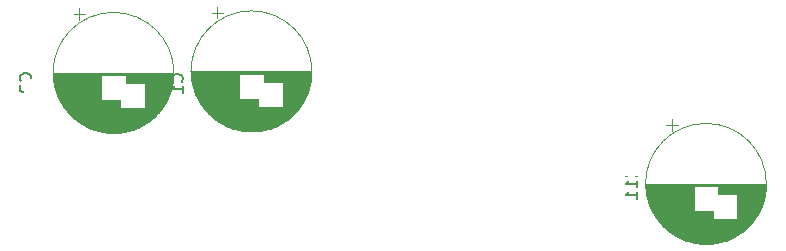
<source format=gbo>
%TF.GenerationSoftware,KiCad,Pcbnew,7.0.5-7.0.5~ubuntu23.04.1*%
%TF.CreationDate,2023-07-09T19:19:44+02:00*%
%TF.ProjectId,omega-pico,6f6d6567-612d-4706-9963-6f2e6b696361,rev?*%
%TF.SameCoordinates,Original*%
%TF.FileFunction,Legend,Bot*%
%TF.FilePolarity,Positive*%
%FSLAX46Y46*%
G04 Gerber Fmt 4.6, Leading zero omitted, Abs format (unit mm)*
G04 Created by KiCad (PCBNEW 7.0.5-7.0.5~ubuntu23.04.1) date 2023-07-09 19:19:44*
%MOMM*%
%LPD*%
G01*
G04 APERTURE LIST*
%ADD10C,0.150000*%
%ADD11C,0.120000*%
%ADD12C,3.200000*%
%ADD13C,1.440000*%
%ADD14O,1.700000X1.700000*%
%ADD15R,1.700000X1.700000*%
%ADD16R,2.000000X2.000000*%
%ADD17O,2.000000X2.000000*%
%ADD18R,2.000000X1.905000*%
%ADD19O,2.000000X1.905000*%
%ADD20R,3.000000X3.000000*%
%ADD21C,3.000000*%
%ADD22C,1.600000*%
%ADD23O,1.600000X1.600000*%
%ADD24R,1.600000X1.600000*%
%ADD25R,1.905000X2.000000*%
%ADD26O,1.905000X2.000000*%
G04 APERTURE END LIST*
D10*
X93423580Y-90634958D02*
X93471200Y-90587339D01*
X93471200Y-90587339D02*
X93518819Y-90444482D01*
X93518819Y-90444482D02*
X93518819Y-90349244D01*
X93518819Y-90349244D02*
X93471200Y-90206387D01*
X93471200Y-90206387D02*
X93375961Y-90111149D01*
X93375961Y-90111149D02*
X93280723Y-90063530D01*
X93280723Y-90063530D02*
X93090247Y-90015911D01*
X93090247Y-90015911D02*
X92947390Y-90015911D01*
X92947390Y-90015911D02*
X92756914Y-90063530D01*
X92756914Y-90063530D02*
X92661676Y-90111149D01*
X92661676Y-90111149D02*
X92566438Y-90206387D01*
X92566438Y-90206387D02*
X92518819Y-90349244D01*
X92518819Y-90349244D02*
X92518819Y-90444482D01*
X92518819Y-90444482D02*
X92566438Y-90587339D01*
X92566438Y-90587339D02*
X92614057Y-90634958D01*
X93518819Y-91587339D02*
X93518819Y-91015911D01*
X93518819Y-91301625D02*
X92518819Y-91301625D01*
X92518819Y-91301625D02*
X92661676Y-91206387D01*
X92661676Y-91206387D02*
X92756914Y-91111149D01*
X92756914Y-91111149D02*
X92804533Y-91015911D01*
X131904580Y-98651142D02*
X131952200Y-98603523D01*
X131952200Y-98603523D02*
X131999819Y-98460666D01*
X131999819Y-98460666D02*
X131999819Y-98365428D01*
X131999819Y-98365428D02*
X131952200Y-98222571D01*
X131952200Y-98222571D02*
X131856961Y-98127333D01*
X131856961Y-98127333D02*
X131761723Y-98079714D01*
X131761723Y-98079714D02*
X131571247Y-98032095D01*
X131571247Y-98032095D02*
X131428390Y-98032095D01*
X131428390Y-98032095D02*
X131237914Y-98079714D01*
X131237914Y-98079714D02*
X131142676Y-98127333D01*
X131142676Y-98127333D02*
X131047438Y-98222571D01*
X131047438Y-98222571D02*
X130999819Y-98365428D01*
X130999819Y-98365428D02*
X130999819Y-98460666D01*
X130999819Y-98460666D02*
X131047438Y-98603523D01*
X131047438Y-98603523D02*
X131095057Y-98651142D01*
X131999819Y-99603523D02*
X131999819Y-99032095D01*
X131999819Y-99317809D02*
X130999819Y-99317809D01*
X130999819Y-99317809D02*
X131142676Y-99222571D01*
X131142676Y-99222571D02*
X131237914Y-99127333D01*
X131237914Y-99127333D02*
X131285533Y-99032095D01*
X131999819Y-100555904D02*
X131999819Y-99984476D01*
X131999819Y-100270190D02*
X130999819Y-100270190D01*
X130999819Y-100270190D02*
X131142676Y-100174952D01*
X131142676Y-100174952D02*
X131237914Y-100079714D01*
X131237914Y-100079714D02*
X131285533Y-99984476D01*
X80589580Y-90566333D02*
X80637200Y-90518714D01*
X80637200Y-90518714D02*
X80684819Y-90375857D01*
X80684819Y-90375857D02*
X80684819Y-90280619D01*
X80684819Y-90280619D02*
X80637200Y-90137762D01*
X80637200Y-90137762D02*
X80541961Y-90042524D01*
X80541961Y-90042524D02*
X80446723Y-89994905D01*
X80446723Y-89994905D02*
X80256247Y-89947286D01*
X80256247Y-89947286D02*
X80113390Y-89947286D01*
X80113390Y-89947286D02*
X79922914Y-89994905D01*
X79922914Y-89994905D02*
X79827676Y-90042524D01*
X79827676Y-90042524D02*
X79732438Y-90137762D01*
X79732438Y-90137762D02*
X79684819Y-90280619D01*
X79684819Y-90280619D02*
X79684819Y-90375857D01*
X79684819Y-90375857D02*
X79732438Y-90518714D01*
X79732438Y-90518714D02*
X79780057Y-90566333D01*
X79780057Y-90947286D02*
X79732438Y-90994905D01*
X79732438Y-90994905D02*
X79684819Y-91090143D01*
X79684819Y-91090143D02*
X79684819Y-91328238D01*
X79684819Y-91328238D02*
X79732438Y-91423476D01*
X79732438Y-91423476D02*
X79780057Y-91471095D01*
X79780057Y-91471095D02*
X79875295Y-91518714D01*
X79875295Y-91518714D02*
X79970533Y-91518714D01*
X79970533Y-91518714D02*
X80113390Y-91471095D01*
X80113390Y-91471095D02*
X80684819Y-90899667D01*
X80684819Y-90899667D02*
X80684819Y-91518714D01*
D11*
X96439000Y-84289354D02*
X96439000Y-85289354D01*
X95939000Y-84789354D02*
X96939000Y-84789354D01*
X94234000Y-89769000D02*
X104394000Y-89769000D01*
X94234000Y-89809000D02*
X104394000Y-89809000D01*
X94234000Y-89849000D02*
X104394000Y-89849000D01*
X94235000Y-89889000D02*
X104393000Y-89889000D01*
X94236000Y-89929000D02*
X104392000Y-89929000D01*
X94237000Y-89969000D02*
X104391000Y-89969000D01*
X100354000Y-90009000D02*
X104389000Y-90009000D01*
X94239000Y-90009000D02*
X98274000Y-90009000D01*
X100354000Y-90049000D02*
X104387000Y-90049000D01*
X94241000Y-90049000D02*
X98274000Y-90049000D01*
X100354000Y-90089000D02*
X104384000Y-90089000D01*
X94244000Y-90089000D02*
X98274000Y-90089000D01*
X100354000Y-90129000D02*
X104382000Y-90129000D01*
X94246000Y-90129000D02*
X98274000Y-90129000D01*
X100354000Y-90169000D02*
X104379000Y-90169000D01*
X94249000Y-90169000D02*
X98274000Y-90169000D01*
X100354000Y-90209000D02*
X104376000Y-90209000D01*
X94252000Y-90209000D02*
X98274000Y-90209000D01*
X100354000Y-90249000D02*
X104372000Y-90249000D01*
X94256000Y-90249000D02*
X98274000Y-90249000D01*
X100354000Y-90289000D02*
X104368000Y-90289000D01*
X94260000Y-90289000D02*
X98274000Y-90289000D01*
X100354000Y-90329000D02*
X104364000Y-90329000D01*
X94264000Y-90329000D02*
X98274000Y-90329000D01*
X100354000Y-90369000D02*
X104359000Y-90369000D01*
X94269000Y-90369000D02*
X98274000Y-90369000D01*
X100354000Y-90409000D02*
X104354000Y-90409000D01*
X94274000Y-90409000D02*
X98274000Y-90409000D01*
X100354000Y-90449000D02*
X104349000Y-90449000D01*
X94279000Y-90449000D02*
X98274000Y-90449000D01*
X100354000Y-90490000D02*
X104344000Y-90490000D01*
X94284000Y-90490000D02*
X98274000Y-90490000D01*
X100354000Y-90530000D02*
X104338000Y-90530000D01*
X94290000Y-90530000D02*
X98274000Y-90530000D01*
X100354000Y-90570000D02*
X104332000Y-90570000D01*
X94296000Y-90570000D02*
X98274000Y-90570000D01*
X100354000Y-90610000D02*
X104325000Y-90610000D01*
X94303000Y-90610000D02*
X98274000Y-90610000D01*
X100354000Y-90650000D02*
X104318000Y-90650000D01*
X94310000Y-90650000D02*
X98274000Y-90650000D01*
X101954000Y-90690000D02*
X104311000Y-90690000D01*
X94317000Y-90690000D02*
X98274000Y-90690000D01*
X101954000Y-90730000D02*
X104304000Y-90730000D01*
X94324000Y-90730000D02*
X98274000Y-90730000D01*
X101954000Y-90770000D02*
X104296000Y-90770000D01*
X94332000Y-90770000D02*
X98274000Y-90770000D01*
X101954000Y-90810000D02*
X104288000Y-90810000D01*
X94340000Y-90810000D02*
X98274000Y-90810000D01*
X101954000Y-90850000D02*
X104279000Y-90850000D01*
X94349000Y-90850000D02*
X98274000Y-90850000D01*
X101954000Y-90890000D02*
X104270000Y-90890000D01*
X94358000Y-90890000D02*
X98274000Y-90890000D01*
X101954000Y-90930000D02*
X104261000Y-90930000D01*
X94367000Y-90930000D02*
X98274000Y-90930000D01*
X101954000Y-90970000D02*
X104252000Y-90970000D01*
X94376000Y-90970000D02*
X98274000Y-90970000D01*
X101954000Y-91010000D02*
X104242000Y-91010000D01*
X94386000Y-91010000D02*
X98274000Y-91010000D01*
X101954000Y-91050000D02*
X104232000Y-91050000D01*
X94396000Y-91050000D02*
X98274000Y-91050000D01*
X101954000Y-91090000D02*
X104221000Y-91090000D01*
X94407000Y-91090000D02*
X98274000Y-91090000D01*
X101954000Y-91130000D02*
X104211000Y-91130000D01*
X94417000Y-91130000D02*
X98274000Y-91130000D01*
X101954000Y-91170000D02*
X104199000Y-91170000D01*
X94429000Y-91170000D02*
X98274000Y-91170000D01*
X101954000Y-91210000D02*
X104188000Y-91210000D01*
X94440000Y-91210000D02*
X98274000Y-91210000D01*
X101954000Y-91250000D02*
X104176000Y-91250000D01*
X94452000Y-91250000D02*
X98274000Y-91250000D01*
X101954000Y-91290000D02*
X104164000Y-91290000D01*
X94464000Y-91290000D02*
X98274000Y-91290000D01*
X101954000Y-91330000D02*
X104151000Y-91330000D01*
X94477000Y-91330000D02*
X98274000Y-91330000D01*
X101954000Y-91370000D02*
X104138000Y-91370000D01*
X94490000Y-91370000D02*
X98274000Y-91370000D01*
X101954000Y-91410000D02*
X104125000Y-91410000D01*
X94503000Y-91410000D02*
X98274000Y-91410000D01*
X101954000Y-91450000D02*
X104111000Y-91450000D01*
X94517000Y-91450000D02*
X98274000Y-91450000D01*
X101954000Y-91490000D02*
X104097000Y-91490000D01*
X94531000Y-91490000D02*
X98274000Y-91490000D01*
X101954000Y-91530000D02*
X104082000Y-91530000D01*
X94546000Y-91530000D02*
X98274000Y-91530000D01*
X101954000Y-91570000D02*
X104068000Y-91570000D01*
X94560000Y-91570000D02*
X98274000Y-91570000D01*
X101954000Y-91610000D02*
X104052000Y-91610000D01*
X94576000Y-91610000D02*
X98274000Y-91610000D01*
X101954000Y-91650000D02*
X104037000Y-91650000D01*
X94591000Y-91650000D02*
X98274000Y-91650000D01*
X101954000Y-91690000D02*
X104021000Y-91690000D01*
X94607000Y-91690000D02*
X98274000Y-91690000D01*
X101954000Y-91730000D02*
X104004000Y-91730000D01*
X94624000Y-91730000D02*
X98274000Y-91730000D01*
X101954000Y-91770000D02*
X103988000Y-91770000D01*
X94640000Y-91770000D02*
X98274000Y-91770000D01*
X101954000Y-91810000D02*
X103971000Y-91810000D01*
X94657000Y-91810000D02*
X98274000Y-91810000D01*
X101954000Y-91850000D02*
X103953000Y-91850000D01*
X94675000Y-91850000D02*
X98274000Y-91850000D01*
X101954000Y-91890000D02*
X103935000Y-91890000D01*
X94693000Y-91890000D02*
X98274000Y-91890000D01*
X101954000Y-91930000D02*
X103917000Y-91930000D01*
X94711000Y-91930000D02*
X98274000Y-91930000D01*
X101954000Y-91970000D02*
X103898000Y-91970000D01*
X94730000Y-91970000D02*
X98274000Y-91970000D01*
X101954000Y-92010000D02*
X103878000Y-92010000D01*
X94750000Y-92010000D02*
X98274000Y-92010000D01*
X101954000Y-92050000D02*
X103859000Y-92050000D01*
X94769000Y-92050000D02*
X98274000Y-92050000D01*
X101954000Y-92090000D02*
X103839000Y-92090000D01*
X94789000Y-92090000D02*
X99874000Y-92090000D01*
X101954000Y-92130000D02*
X103818000Y-92130000D01*
X94810000Y-92130000D02*
X99874000Y-92130000D01*
X101954000Y-92170000D02*
X103797000Y-92170000D01*
X94831000Y-92170000D02*
X99874000Y-92170000D01*
X101954000Y-92210000D02*
X103776000Y-92210000D01*
X94852000Y-92210000D02*
X99874000Y-92210000D01*
X101954000Y-92250000D02*
X103754000Y-92250000D01*
X94874000Y-92250000D02*
X99874000Y-92250000D01*
X101954000Y-92290000D02*
X103731000Y-92290000D01*
X94897000Y-92290000D02*
X99874000Y-92290000D01*
X101954000Y-92330000D02*
X103709000Y-92330000D01*
X94919000Y-92330000D02*
X99874000Y-92330000D01*
X101954000Y-92370000D02*
X103685000Y-92370000D01*
X94943000Y-92370000D02*
X99874000Y-92370000D01*
X101954000Y-92410000D02*
X103661000Y-92410000D01*
X94967000Y-92410000D02*
X99874000Y-92410000D01*
X101954000Y-92450000D02*
X103637000Y-92450000D01*
X94991000Y-92450000D02*
X99874000Y-92450000D01*
X101954000Y-92490000D02*
X103612000Y-92490000D01*
X95016000Y-92490000D02*
X99874000Y-92490000D01*
X101954000Y-92530000D02*
X103587000Y-92530000D01*
X95041000Y-92530000D02*
X99874000Y-92530000D01*
X101954000Y-92570000D02*
X103561000Y-92570000D01*
X95067000Y-92570000D02*
X99874000Y-92570000D01*
X101954000Y-92610000D02*
X103535000Y-92610000D01*
X95093000Y-92610000D02*
X99874000Y-92610000D01*
X101954000Y-92650000D02*
X103508000Y-92650000D01*
X95120000Y-92650000D02*
X99874000Y-92650000D01*
X101954000Y-92690000D02*
X103480000Y-92690000D01*
X95148000Y-92690000D02*
X99874000Y-92690000D01*
X101954000Y-92730000D02*
X103452000Y-92730000D01*
X95176000Y-92730000D02*
X99874000Y-92730000D01*
X95204000Y-92770000D02*
X103424000Y-92770000D01*
X95234000Y-92810000D02*
X103394000Y-92810000D01*
X95264000Y-92850000D02*
X103364000Y-92850000D01*
X95294000Y-92890000D02*
X103334000Y-92890000D01*
X95325000Y-92930000D02*
X103303000Y-92930000D01*
X95357000Y-92970000D02*
X103271000Y-92970000D01*
X95389000Y-93010000D02*
X103239000Y-93010000D01*
X95422000Y-93050000D02*
X103206000Y-93050000D01*
X95456000Y-93090000D02*
X103172000Y-93090000D01*
X95490000Y-93130000D02*
X103138000Y-93130000D01*
X95525000Y-93170000D02*
X103103000Y-93170000D01*
X95561000Y-93210000D02*
X103067000Y-93210000D01*
X95598000Y-93250000D02*
X103030000Y-93250000D01*
X95635000Y-93290000D02*
X102993000Y-93290000D01*
X95674000Y-93330000D02*
X102954000Y-93330000D01*
X95713000Y-93370000D02*
X102915000Y-93370000D01*
X95753000Y-93410000D02*
X102875000Y-93410000D01*
X95794000Y-93450000D02*
X102834000Y-93450000D01*
X95836000Y-93490000D02*
X102792000Y-93490000D01*
X95878000Y-93530000D02*
X102750000Y-93530000D01*
X95922000Y-93570000D02*
X102706000Y-93570000D01*
X95967000Y-93610000D02*
X102661000Y-93610000D01*
X96013000Y-93650000D02*
X102615000Y-93650000D01*
X96060000Y-93690000D02*
X102568000Y-93690000D01*
X96108000Y-93730000D02*
X102520000Y-93730000D01*
X96158000Y-93770000D02*
X102470000Y-93770000D01*
X96208000Y-93810000D02*
X102420000Y-93810000D01*
X96260000Y-93850000D02*
X102368000Y-93850000D01*
X96314000Y-93890000D02*
X102314000Y-93890000D01*
X96369000Y-93930000D02*
X102259000Y-93930000D01*
X96425000Y-93970000D02*
X102203000Y-93970000D01*
X96484000Y-94010000D02*
X102144000Y-94010000D01*
X96544000Y-94050000D02*
X102084000Y-94050000D01*
X96605000Y-94090000D02*
X102023000Y-94090000D01*
X96669000Y-94130000D02*
X101959000Y-94130000D01*
X96735000Y-94170000D02*
X101893000Y-94170000D01*
X96804000Y-94210000D02*
X101824000Y-94210000D01*
X96875000Y-94250000D02*
X101753000Y-94250000D01*
X96949000Y-94290000D02*
X101679000Y-94290000D01*
X97025000Y-94330000D02*
X101603000Y-94330000D01*
X97105000Y-94370000D02*
X101523000Y-94370000D01*
X97189000Y-94410000D02*
X101439000Y-94410000D01*
X97277000Y-94450000D02*
X101351000Y-94450000D01*
X97370000Y-94490000D02*
X101258000Y-94490000D01*
X97468000Y-94530000D02*
X101160000Y-94530000D01*
X97572000Y-94570000D02*
X101056000Y-94570000D01*
X97684000Y-94610000D02*
X100944000Y-94610000D01*
X97804000Y-94650000D02*
X100824000Y-94650000D01*
X97936000Y-94690000D02*
X100692000Y-94690000D01*
X98084000Y-94730000D02*
X100544000Y-94730000D01*
X98252000Y-94770000D02*
X100376000Y-94770000D01*
X98452000Y-94810000D02*
X100176000Y-94810000D01*
X98715000Y-94850000D02*
X99913000Y-94850000D01*
X104434000Y-89769000D02*
G75*
G03*
X104434000Y-89769000I-5120000J0D01*
G01*
X134920000Y-93814354D02*
X134920000Y-94814354D01*
X134420000Y-94314354D02*
X135420000Y-94314354D01*
X132715000Y-99294000D02*
X142875000Y-99294000D01*
X132715000Y-99334000D02*
X142875000Y-99334000D01*
X132715000Y-99374000D02*
X142875000Y-99374000D01*
X132716000Y-99414000D02*
X142874000Y-99414000D01*
X132717000Y-99454000D02*
X142873000Y-99454000D01*
X132718000Y-99494000D02*
X142872000Y-99494000D01*
X138835000Y-99534000D02*
X142870000Y-99534000D01*
X132720000Y-99534000D02*
X136755000Y-99534000D01*
X138835000Y-99574000D02*
X142868000Y-99574000D01*
X132722000Y-99574000D02*
X136755000Y-99574000D01*
X138835000Y-99614000D02*
X142865000Y-99614000D01*
X132725000Y-99614000D02*
X136755000Y-99614000D01*
X138835000Y-99654000D02*
X142863000Y-99654000D01*
X132727000Y-99654000D02*
X136755000Y-99654000D01*
X138835000Y-99694000D02*
X142860000Y-99694000D01*
X132730000Y-99694000D02*
X136755000Y-99694000D01*
X138835000Y-99734000D02*
X142857000Y-99734000D01*
X132733000Y-99734000D02*
X136755000Y-99734000D01*
X138835000Y-99774000D02*
X142853000Y-99774000D01*
X132737000Y-99774000D02*
X136755000Y-99774000D01*
X138835000Y-99814000D02*
X142849000Y-99814000D01*
X132741000Y-99814000D02*
X136755000Y-99814000D01*
X138835000Y-99854000D02*
X142845000Y-99854000D01*
X132745000Y-99854000D02*
X136755000Y-99854000D01*
X138835000Y-99894000D02*
X142840000Y-99894000D01*
X132750000Y-99894000D02*
X136755000Y-99894000D01*
X138835000Y-99934000D02*
X142835000Y-99934000D01*
X132755000Y-99934000D02*
X136755000Y-99934000D01*
X138835000Y-99974000D02*
X142830000Y-99974000D01*
X132760000Y-99974000D02*
X136755000Y-99974000D01*
X138835000Y-100015000D02*
X142825000Y-100015000D01*
X132765000Y-100015000D02*
X136755000Y-100015000D01*
X138835000Y-100055000D02*
X142819000Y-100055000D01*
X132771000Y-100055000D02*
X136755000Y-100055000D01*
X138835000Y-100095000D02*
X142813000Y-100095000D01*
X132777000Y-100095000D02*
X136755000Y-100095000D01*
X138835000Y-100135000D02*
X142806000Y-100135000D01*
X132784000Y-100135000D02*
X136755000Y-100135000D01*
X138835000Y-100175000D02*
X142799000Y-100175000D01*
X132791000Y-100175000D02*
X136755000Y-100175000D01*
X140435000Y-100215000D02*
X142792000Y-100215000D01*
X132798000Y-100215000D02*
X136755000Y-100215000D01*
X140435000Y-100255000D02*
X142785000Y-100255000D01*
X132805000Y-100255000D02*
X136755000Y-100255000D01*
X140435000Y-100295000D02*
X142777000Y-100295000D01*
X132813000Y-100295000D02*
X136755000Y-100295000D01*
X140435000Y-100335000D02*
X142769000Y-100335000D01*
X132821000Y-100335000D02*
X136755000Y-100335000D01*
X140435000Y-100375000D02*
X142760000Y-100375000D01*
X132830000Y-100375000D02*
X136755000Y-100375000D01*
X140435000Y-100415000D02*
X142751000Y-100415000D01*
X132839000Y-100415000D02*
X136755000Y-100415000D01*
X140435000Y-100455000D02*
X142742000Y-100455000D01*
X132848000Y-100455000D02*
X136755000Y-100455000D01*
X140435000Y-100495000D02*
X142733000Y-100495000D01*
X132857000Y-100495000D02*
X136755000Y-100495000D01*
X140435000Y-100535000D02*
X142723000Y-100535000D01*
X132867000Y-100535000D02*
X136755000Y-100535000D01*
X140435000Y-100575000D02*
X142713000Y-100575000D01*
X132877000Y-100575000D02*
X136755000Y-100575000D01*
X140435000Y-100615000D02*
X142702000Y-100615000D01*
X132888000Y-100615000D02*
X136755000Y-100615000D01*
X140435000Y-100655000D02*
X142692000Y-100655000D01*
X132898000Y-100655000D02*
X136755000Y-100655000D01*
X140435000Y-100695000D02*
X142680000Y-100695000D01*
X132910000Y-100695000D02*
X136755000Y-100695000D01*
X140435000Y-100735000D02*
X142669000Y-100735000D01*
X132921000Y-100735000D02*
X136755000Y-100735000D01*
X140435000Y-100775000D02*
X142657000Y-100775000D01*
X132933000Y-100775000D02*
X136755000Y-100775000D01*
X140435000Y-100815000D02*
X142645000Y-100815000D01*
X132945000Y-100815000D02*
X136755000Y-100815000D01*
X140435000Y-100855000D02*
X142632000Y-100855000D01*
X132958000Y-100855000D02*
X136755000Y-100855000D01*
X140435000Y-100895000D02*
X142619000Y-100895000D01*
X132971000Y-100895000D02*
X136755000Y-100895000D01*
X140435000Y-100935000D02*
X142606000Y-100935000D01*
X132984000Y-100935000D02*
X136755000Y-100935000D01*
X140435000Y-100975000D02*
X142592000Y-100975000D01*
X132998000Y-100975000D02*
X136755000Y-100975000D01*
X140435000Y-101015000D02*
X142578000Y-101015000D01*
X133012000Y-101015000D02*
X136755000Y-101015000D01*
X140435000Y-101055000D02*
X142563000Y-101055000D01*
X133027000Y-101055000D02*
X136755000Y-101055000D01*
X140435000Y-101095000D02*
X142549000Y-101095000D01*
X133041000Y-101095000D02*
X136755000Y-101095000D01*
X140435000Y-101135000D02*
X142533000Y-101135000D01*
X133057000Y-101135000D02*
X136755000Y-101135000D01*
X140435000Y-101175000D02*
X142518000Y-101175000D01*
X133072000Y-101175000D02*
X136755000Y-101175000D01*
X140435000Y-101215000D02*
X142502000Y-101215000D01*
X133088000Y-101215000D02*
X136755000Y-101215000D01*
X140435000Y-101255000D02*
X142485000Y-101255000D01*
X133105000Y-101255000D02*
X136755000Y-101255000D01*
X140435000Y-101295000D02*
X142469000Y-101295000D01*
X133121000Y-101295000D02*
X136755000Y-101295000D01*
X140435000Y-101335000D02*
X142452000Y-101335000D01*
X133138000Y-101335000D02*
X136755000Y-101335000D01*
X140435000Y-101375000D02*
X142434000Y-101375000D01*
X133156000Y-101375000D02*
X136755000Y-101375000D01*
X140435000Y-101415000D02*
X142416000Y-101415000D01*
X133174000Y-101415000D02*
X136755000Y-101415000D01*
X140435000Y-101455000D02*
X142398000Y-101455000D01*
X133192000Y-101455000D02*
X136755000Y-101455000D01*
X140435000Y-101495000D02*
X142379000Y-101495000D01*
X133211000Y-101495000D02*
X136755000Y-101495000D01*
X140435000Y-101535000D02*
X142359000Y-101535000D01*
X133231000Y-101535000D02*
X136755000Y-101535000D01*
X140435000Y-101575000D02*
X142340000Y-101575000D01*
X133250000Y-101575000D02*
X136755000Y-101575000D01*
X140435000Y-101615000D02*
X142320000Y-101615000D01*
X133270000Y-101615000D02*
X138355000Y-101615000D01*
X140435000Y-101655000D02*
X142299000Y-101655000D01*
X133291000Y-101655000D02*
X138355000Y-101655000D01*
X140435000Y-101695000D02*
X142278000Y-101695000D01*
X133312000Y-101695000D02*
X138355000Y-101695000D01*
X140435000Y-101735000D02*
X142257000Y-101735000D01*
X133333000Y-101735000D02*
X138355000Y-101735000D01*
X140435000Y-101775000D02*
X142235000Y-101775000D01*
X133355000Y-101775000D02*
X138355000Y-101775000D01*
X140435000Y-101815000D02*
X142212000Y-101815000D01*
X133378000Y-101815000D02*
X138355000Y-101815000D01*
X140435000Y-101855000D02*
X142190000Y-101855000D01*
X133400000Y-101855000D02*
X138355000Y-101855000D01*
X140435000Y-101895000D02*
X142166000Y-101895000D01*
X133424000Y-101895000D02*
X138355000Y-101895000D01*
X140435000Y-101935000D02*
X142142000Y-101935000D01*
X133448000Y-101935000D02*
X138355000Y-101935000D01*
X140435000Y-101975000D02*
X142118000Y-101975000D01*
X133472000Y-101975000D02*
X138355000Y-101975000D01*
X140435000Y-102015000D02*
X142093000Y-102015000D01*
X133497000Y-102015000D02*
X138355000Y-102015000D01*
X140435000Y-102055000D02*
X142068000Y-102055000D01*
X133522000Y-102055000D02*
X138355000Y-102055000D01*
X140435000Y-102095000D02*
X142042000Y-102095000D01*
X133548000Y-102095000D02*
X138355000Y-102095000D01*
X140435000Y-102135000D02*
X142016000Y-102135000D01*
X133574000Y-102135000D02*
X138355000Y-102135000D01*
X140435000Y-102175000D02*
X141989000Y-102175000D01*
X133601000Y-102175000D02*
X138355000Y-102175000D01*
X140435000Y-102215000D02*
X141961000Y-102215000D01*
X133629000Y-102215000D02*
X138355000Y-102215000D01*
X140435000Y-102255000D02*
X141933000Y-102255000D01*
X133657000Y-102255000D02*
X138355000Y-102255000D01*
X133685000Y-102295000D02*
X141905000Y-102295000D01*
X133715000Y-102335000D02*
X141875000Y-102335000D01*
X133745000Y-102375000D02*
X141845000Y-102375000D01*
X133775000Y-102415000D02*
X141815000Y-102415000D01*
X133806000Y-102455000D02*
X141784000Y-102455000D01*
X133838000Y-102495000D02*
X141752000Y-102495000D01*
X133870000Y-102535000D02*
X141720000Y-102535000D01*
X133903000Y-102575000D02*
X141687000Y-102575000D01*
X133937000Y-102615000D02*
X141653000Y-102615000D01*
X133971000Y-102655000D02*
X141619000Y-102655000D01*
X134006000Y-102695000D02*
X141584000Y-102695000D01*
X134042000Y-102735000D02*
X141548000Y-102735000D01*
X134079000Y-102775000D02*
X141511000Y-102775000D01*
X134116000Y-102815000D02*
X141474000Y-102815000D01*
X134155000Y-102855000D02*
X141435000Y-102855000D01*
X134194000Y-102895000D02*
X141396000Y-102895000D01*
X134234000Y-102935000D02*
X141356000Y-102935000D01*
X134275000Y-102975000D02*
X141315000Y-102975000D01*
X134317000Y-103015000D02*
X141273000Y-103015000D01*
X134359000Y-103055000D02*
X141231000Y-103055000D01*
X134403000Y-103095000D02*
X141187000Y-103095000D01*
X134448000Y-103135000D02*
X141142000Y-103135000D01*
X134494000Y-103175000D02*
X141096000Y-103175000D01*
X134541000Y-103215000D02*
X141049000Y-103215000D01*
X134589000Y-103255000D02*
X141001000Y-103255000D01*
X134639000Y-103295000D02*
X140951000Y-103295000D01*
X134689000Y-103335000D02*
X140901000Y-103335000D01*
X134741000Y-103375000D02*
X140849000Y-103375000D01*
X134795000Y-103415000D02*
X140795000Y-103415000D01*
X134850000Y-103455000D02*
X140740000Y-103455000D01*
X134906000Y-103495000D02*
X140684000Y-103495000D01*
X134965000Y-103535000D02*
X140625000Y-103535000D01*
X135025000Y-103575000D02*
X140565000Y-103575000D01*
X135086000Y-103615000D02*
X140504000Y-103615000D01*
X135150000Y-103655000D02*
X140440000Y-103655000D01*
X135216000Y-103695000D02*
X140374000Y-103695000D01*
X135285000Y-103735000D02*
X140305000Y-103735000D01*
X135356000Y-103775000D02*
X140234000Y-103775000D01*
X135430000Y-103815000D02*
X140160000Y-103815000D01*
X135506000Y-103855000D02*
X140084000Y-103855000D01*
X135586000Y-103895000D02*
X140004000Y-103895000D01*
X135670000Y-103935000D02*
X139920000Y-103935000D01*
X135758000Y-103975000D02*
X139832000Y-103975000D01*
X135851000Y-104015000D02*
X139739000Y-104015000D01*
X135949000Y-104055000D02*
X139641000Y-104055000D01*
X136053000Y-104095000D02*
X139537000Y-104095000D01*
X136165000Y-104135000D02*
X139425000Y-104135000D01*
X136285000Y-104175000D02*
X139305000Y-104175000D01*
X136417000Y-104215000D02*
X139173000Y-104215000D01*
X136565000Y-104255000D02*
X139025000Y-104255000D01*
X136733000Y-104295000D02*
X138857000Y-104295000D01*
X136933000Y-104335000D02*
X138657000Y-104335000D01*
X137196000Y-104375000D02*
X138394000Y-104375000D01*
X142915000Y-99294000D02*
G75*
G03*
X142915000Y-99294000I-5120000J0D01*
G01*
X84755000Y-84416354D02*
X84755000Y-85416354D01*
X84255000Y-84916354D02*
X85255000Y-84916354D01*
X82550000Y-89896000D02*
X92710000Y-89896000D01*
X82550000Y-89936000D02*
X92710000Y-89936000D01*
X82550000Y-89976000D02*
X92710000Y-89976000D01*
X82551000Y-90016000D02*
X92709000Y-90016000D01*
X82552000Y-90056000D02*
X92708000Y-90056000D01*
X82553000Y-90096000D02*
X92707000Y-90096000D01*
X88670000Y-90136000D02*
X92705000Y-90136000D01*
X82555000Y-90136000D02*
X86590000Y-90136000D01*
X88670000Y-90176000D02*
X92703000Y-90176000D01*
X82557000Y-90176000D02*
X86590000Y-90176000D01*
X88670000Y-90216000D02*
X92700000Y-90216000D01*
X82560000Y-90216000D02*
X86590000Y-90216000D01*
X88670000Y-90256000D02*
X92698000Y-90256000D01*
X82562000Y-90256000D02*
X86590000Y-90256000D01*
X88670000Y-90296000D02*
X92695000Y-90296000D01*
X82565000Y-90296000D02*
X86590000Y-90296000D01*
X88670000Y-90336000D02*
X92692000Y-90336000D01*
X82568000Y-90336000D02*
X86590000Y-90336000D01*
X88670000Y-90376000D02*
X92688000Y-90376000D01*
X82572000Y-90376000D02*
X86590000Y-90376000D01*
X88670000Y-90416000D02*
X92684000Y-90416000D01*
X82576000Y-90416000D02*
X86590000Y-90416000D01*
X88670000Y-90456000D02*
X92680000Y-90456000D01*
X82580000Y-90456000D02*
X86590000Y-90456000D01*
X88670000Y-90496000D02*
X92675000Y-90496000D01*
X82585000Y-90496000D02*
X86590000Y-90496000D01*
X88670000Y-90536000D02*
X92670000Y-90536000D01*
X82590000Y-90536000D02*
X86590000Y-90536000D01*
X88670000Y-90576000D02*
X92665000Y-90576000D01*
X82595000Y-90576000D02*
X86590000Y-90576000D01*
X88670000Y-90617000D02*
X92660000Y-90617000D01*
X82600000Y-90617000D02*
X86590000Y-90617000D01*
X88670000Y-90657000D02*
X92654000Y-90657000D01*
X82606000Y-90657000D02*
X86590000Y-90657000D01*
X88670000Y-90697000D02*
X92648000Y-90697000D01*
X82612000Y-90697000D02*
X86590000Y-90697000D01*
X88670000Y-90737000D02*
X92641000Y-90737000D01*
X82619000Y-90737000D02*
X86590000Y-90737000D01*
X88670000Y-90777000D02*
X92634000Y-90777000D01*
X82626000Y-90777000D02*
X86590000Y-90777000D01*
X90270000Y-90817000D02*
X92627000Y-90817000D01*
X82633000Y-90817000D02*
X86590000Y-90817000D01*
X90270000Y-90857000D02*
X92620000Y-90857000D01*
X82640000Y-90857000D02*
X86590000Y-90857000D01*
X90270000Y-90897000D02*
X92612000Y-90897000D01*
X82648000Y-90897000D02*
X86590000Y-90897000D01*
X90270000Y-90937000D02*
X92604000Y-90937000D01*
X82656000Y-90937000D02*
X86590000Y-90937000D01*
X90270000Y-90977000D02*
X92595000Y-90977000D01*
X82665000Y-90977000D02*
X86590000Y-90977000D01*
X90270000Y-91017000D02*
X92586000Y-91017000D01*
X82674000Y-91017000D02*
X86590000Y-91017000D01*
X90270000Y-91057000D02*
X92577000Y-91057000D01*
X82683000Y-91057000D02*
X86590000Y-91057000D01*
X90270000Y-91097000D02*
X92568000Y-91097000D01*
X82692000Y-91097000D02*
X86590000Y-91097000D01*
X90270000Y-91137000D02*
X92558000Y-91137000D01*
X82702000Y-91137000D02*
X86590000Y-91137000D01*
X90270000Y-91177000D02*
X92548000Y-91177000D01*
X82712000Y-91177000D02*
X86590000Y-91177000D01*
X90270000Y-91217000D02*
X92537000Y-91217000D01*
X82723000Y-91217000D02*
X86590000Y-91217000D01*
X90270000Y-91257000D02*
X92527000Y-91257000D01*
X82733000Y-91257000D02*
X86590000Y-91257000D01*
X90270000Y-91297000D02*
X92515000Y-91297000D01*
X82745000Y-91297000D02*
X86590000Y-91297000D01*
X90270000Y-91337000D02*
X92504000Y-91337000D01*
X82756000Y-91337000D02*
X86590000Y-91337000D01*
X90270000Y-91377000D02*
X92492000Y-91377000D01*
X82768000Y-91377000D02*
X86590000Y-91377000D01*
X90270000Y-91417000D02*
X92480000Y-91417000D01*
X82780000Y-91417000D02*
X86590000Y-91417000D01*
X90270000Y-91457000D02*
X92467000Y-91457000D01*
X82793000Y-91457000D02*
X86590000Y-91457000D01*
X90270000Y-91497000D02*
X92454000Y-91497000D01*
X82806000Y-91497000D02*
X86590000Y-91497000D01*
X90270000Y-91537000D02*
X92441000Y-91537000D01*
X82819000Y-91537000D02*
X86590000Y-91537000D01*
X90270000Y-91577000D02*
X92427000Y-91577000D01*
X82833000Y-91577000D02*
X86590000Y-91577000D01*
X90270000Y-91617000D02*
X92413000Y-91617000D01*
X82847000Y-91617000D02*
X86590000Y-91617000D01*
X90270000Y-91657000D02*
X92398000Y-91657000D01*
X82862000Y-91657000D02*
X86590000Y-91657000D01*
X90270000Y-91697000D02*
X92384000Y-91697000D01*
X82876000Y-91697000D02*
X86590000Y-91697000D01*
X90270000Y-91737000D02*
X92368000Y-91737000D01*
X82892000Y-91737000D02*
X86590000Y-91737000D01*
X90270000Y-91777000D02*
X92353000Y-91777000D01*
X82907000Y-91777000D02*
X86590000Y-91777000D01*
X90270000Y-91817000D02*
X92337000Y-91817000D01*
X82923000Y-91817000D02*
X86590000Y-91817000D01*
X90270000Y-91857000D02*
X92320000Y-91857000D01*
X82940000Y-91857000D02*
X86590000Y-91857000D01*
X90270000Y-91897000D02*
X92304000Y-91897000D01*
X82956000Y-91897000D02*
X86590000Y-91897000D01*
X90270000Y-91937000D02*
X92287000Y-91937000D01*
X82973000Y-91937000D02*
X86590000Y-91937000D01*
X90270000Y-91977000D02*
X92269000Y-91977000D01*
X82991000Y-91977000D02*
X86590000Y-91977000D01*
X90270000Y-92017000D02*
X92251000Y-92017000D01*
X83009000Y-92017000D02*
X86590000Y-92017000D01*
X90270000Y-92057000D02*
X92233000Y-92057000D01*
X83027000Y-92057000D02*
X86590000Y-92057000D01*
X90270000Y-92097000D02*
X92214000Y-92097000D01*
X83046000Y-92097000D02*
X86590000Y-92097000D01*
X90270000Y-92137000D02*
X92194000Y-92137000D01*
X83066000Y-92137000D02*
X86590000Y-92137000D01*
X90270000Y-92177000D02*
X92175000Y-92177000D01*
X83085000Y-92177000D02*
X86590000Y-92177000D01*
X90270000Y-92217000D02*
X92155000Y-92217000D01*
X83105000Y-92217000D02*
X88190000Y-92217000D01*
X90270000Y-92257000D02*
X92134000Y-92257000D01*
X83126000Y-92257000D02*
X88190000Y-92257000D01*
X90270000Y-92297000D02*
X92113000Y-92297000D01*
X83147000Y-92297000D02*
X88190000Y-92297000D01*
X90270000Y-92337000D02*
X92092000Y-92337000D01*
X83168000Y-92337000D02*
X88190000Y-92337000D01*
X90270000Y-92377000D02*
X92070000Y-92377000D01*
X83190000Y-92377000D02*
X88190000Y-92377000D01*
X90270000Y-92417000D02*
X92047000Y-92417000D01*
X83213000Y-92417000D02*
X88190000Y-92417000D01*
X90270000Y-92457000D02*
X92025000Y-92457000D01*
X83235000Y-92457000D02*
X88190000Y-92457000D01*
X90270000Y-92497000D02*
X92001000Y-92497000D01*
X83259000Y-92497000D02*
X88190000Y-92497000D01*
X90270000Y-92537000D02*
X91977000Y-92537000D01*
X83283000Y-92537000D02*
X88190000Y-92537000D01*
X90270000Y-92577000D02*
X91953000Y-92577000D01*
X83307000Y-92577000D02*
X88190000Y-92577000D01*
X90270000Y-92617000D02*
X91928000Y-92617000D01*
X83332000Y-92617000D02*
X88190000Y-92617000D01*
X90270000Y-92657000D02*
X91903000Y-92657000D01*
X83357000Y-92657000D02*
X88190000Y-92657000D01*
X90270000Y-92697000D02*
X91877000Y-92697000D01*
X83383000Y-92697000D02*
X88190000Y-92697000D01*
X90270000Y-92737000D02*
X91851000Y-92737000D01*
X83409000Y-92737000D02*
X88190000Y-92737000D01*
X90270000Y-92777000D02*
X91824000Y-92777000D01*
X83436000Y-92777000D02*
X88190000Y-92777000D01*
X90270000Y-92817000D02*
X91796000Y-92817000D01*
X83464000Y-92817000D02*
X88190000Y-92817000D01*
X90270000Y-92857000D02*
X91768000Y-92857000D01*
X83492000Y-92857000D02*
X88190000Y-92857000D01*
X83520000Y-92897000D02*
X91740000Y-92897000D01*
X83550000Y-92937000D02*
X91710000Y-92937000D01*
X83580000Y-92977000D02*
X91680000Y-92977000D01*
X83610000Y-93017000D02*
X91650000Y-93017000D01*
X83641000Y-93057000D02*
X91619000Y-93057000D01*
X83673000Y-93097000D02*
X91587000Y-93097000D01*
X83705000Y-93137000D02*
X91555000Y-93137000D01*
X83738000Y-93177000D02*
X91522000Y-93177000D01*
X83772000Y-93217000D02*
X91488000Y-93217000D01*
X83806000Y-93257000D02*
X91454000Y-93257000D01*
X83841000Y-93297000D02*
X91419000Y-93297000D01*
X83877000Y-93337000D02*
X91383000Y-93337000D01*
X83914000Y-93377000D02*
X91346000Y-93377000D01*
X83951000Y-93417000D02*
X91309000Y-93417000D01*
X83990000Y-93457000D02*
X91270000Y-93457000D01*
X84029000Y-93497000D02*
X91231000Y-93497000D01*
X84069000Y-93537000D02*
X91191000Y-93537000D01*
X84110000Y-93577000D02*
X91150000Y-93577000D01*
X84152000Y-93617000D02*
X91108000Y-93617000D01*
X84194000Y-93657000D02*
X91066000Y-93657000D01*
X84238000Y-93697000D02*
X91022000Y-93697000D01*
X84283000Y-93737000D02*
X90977000Y-93737000D01*
X84329000Y-93777000D02*
X90931000Y-93777000D01*
X84376000Y-93817000D02*
X90884000Y-93817000D01*
X84424000Y-93857000D02*
X90836000Y-93857000D01*
X84474000Y-93897000D02*
X90786000Y-93897000D01*
X84524000Y-93937000D02*
X90736000Y-93937000D01*
X84576000Y-93977000D02*
X90684000Y-93977000D01*
X84630000Y-94017000D02*
X90630000Y-94017000D01*
X84685000Y-94057000D02*
X90575000Y-94057000D01*
X84741000Y-94097000D02*
X90519000Y-94097000D01*
X84800000Y-94137000D02*
X90460000Y-94137000D01*
X84860000Y-94177000D02*
X90400000Y-94177000D01*
X84921000Y-94217000D02*
X90339000Y-94217000D01*
X84985000Y-94257000D02*
X90275000Y-94257000D01*
X85051000Y-94297000D02*
X90209000Y-94297000D01*
X85120000Y-94337000D02*
X90140000Y-94337000D01*
X85191000Y-94377000D02*
X90069000Y-94377000D01*
X85265000Y-94417000D02*
X89995000Y-94417000D01*
X85341000Y-94457000D02*
X89919000Y-94457000D01*
X85421000Y-94497000D02*
X89839000Y-94497000D01*
X85505000Y-94537000D02*
X89755000Y-94537000D01*
X85593000Y-94577000D02*
X89667000Y-94577000D01*
X85686000Y-94617000D02*
X89574000Y-94617000D01*
X85784000Y-94657000D02*
X89476000Y-94657000D01*
X85888000Y-94697000D02*
X89372000Y-94697000D01*
X86000000Y-94737000D02*
X89260000Y-94737000D01*
X86120000Y-94777000D02*
X89140000Y-94777000D01*
X86252000Y-94817000D02*
X89008000Y-94817000D01*
X86400000Y-94857000D02*
X88860000Y-94857000D01*
X86568000Y-94897000D02*
X88692000Y-94897000D01*
X86768000Y-94937000D02*
X88492000Y-94937000D01*
X87031000Y-94977000D02*
X88229000Y-94977000D01*
X92750000Y-89896000D02*
G75*
G03*
X92750000Y-89896000I-5120000J0D01*
G01*
%LPC*%
D12*
X162687000Y-66742000D03*
X162687000Y-103742000D03*
X71581000Y-103742000D03*
X71581000Y-66742000D03*
D13*
X125603000Y-71628000D03*
X123063000Y-71628000D03*
X120523000Y-71628000D03*
D14*
X79756000Y-104140000D03*
X77216000Y-104140000D03*
X79756000Y-101600000D03*
X77216000Y-101600000D03*
X79756000Y-99060000D03*
D15*
X77216000Y-99060000D03*
D16*
X133350000Y-78867000D03*
D17*
X133350000Y-76327000D03*
D13*
X162254000Y-89027000D03*
X159714000Y-89027000D03*
X157174000Y-89027000D03*
D15*
X131572000Y-97790000D03*
D14*
X131572000Y-95250000D03*
D18*
X95174000Y-77648000D03*
D19*
X95174000Y-80188000D03*
X95174000Y-82728000D03*
D20*
X87300000Y-70028000D03*
D21*
X92380000Y-70028000D03*
D22*
X101473000Y-99822000D03*
D23*
X106553000Y-99822000D03*
D15*
X156972000Y-84201000D03*
D14*
X154432000Y-84201000D03*
D24*
X91110000Y-82474000D03*
D23*
X83490000Y-82474000D03*
D15*
X80645000Y-87503000D03*
D14*
X78105000Y-87503000D03*
X153035000Y-101854000D03*
X153035000Y-99314000D03*
X153035000Y-96774000D03*
D15*
X153035000Y-94234000D03*
D25*
X81026000Y-91440000D03*
D26*
X78486000Y-91440000D03*
X75946000Y-91440000D03*
D18*
X125476000Y-95758000D03*
D19*
X125476000Y-98298000D03*
X125476000Y-100838000D03*
D15*
X150114000Y-88011000D03*
D14*
X150114000Y-85471000D03*
X150114000Y-82931000D03*
X150114000Y-80391000D03*
D15*
X129794000Y-79502000D03*
D14*
X129794000Y-76962000D03*
D25*
X90043000Y-97917000D03*
D26*
X87503000Y-97917000D03*
X84963000Y-97917000D03*
D15*
X132207000Y-90805000D03*
D14*
X129667000Y-90805000D03*
X132207000Y-88265000D03*
X129667000Y-88265000D03*
X132207000Y-85725000D03*
X129667000Y-85725000D03*
D24*
X91110000Y-77648000D03*
D23*
X83490000Y-77648000D03*
D15*
X95524063Y-98571312D03*
D14*
X98064063Y-98571312D03*
X95524063Y-101111312D03*
X98064063Y-101111312D03*
X95524063Y-103651312D03*
X98064063Y-103651312D03*
D25*
X120396000Y-87630000D03*
D26*
X117856000Y-87630000D03*
X115316000Y-87630000D03*
D13*
X110490000Y-98679000D03*
X110490000Y-96139000D03*
X110490000Y-93599000D03*
D15*
X115570000Y-96901000D03*
D14*
X115570000Y-94361000D03*
X118110000Y-96901000D03*
X118110000Y-94361000D03*
X120650000Y-96901000D03*
X120650000Y-94361000D03*
D13*
X109474000Y-76835000D03*
X106934000Y-76835000D03*
X104394000Y-76835000D03*
D15*
X138557000Y-92583000D03*
D14*
X136017000Y-92583000D03*
D24*
X97714000Y-87848063D03*
X99314000Y-88519000D03*
D22*
X99314000Y-91019000D03*
X100914000Y-91689937D03*
D24*
X136195000Y-97373063D03*
X137795000Y-98044000D03*
D22*
X137795000Y-100544000D03*
X139395000Y-101214937D03*
D24*
X86030000Y-87975063D03*
X87630000Y-88646000D03*
D22*
X87630000Y-91146000D03*
X89230000Y-91816937D03*
%LPD*%
M02*

</source>
